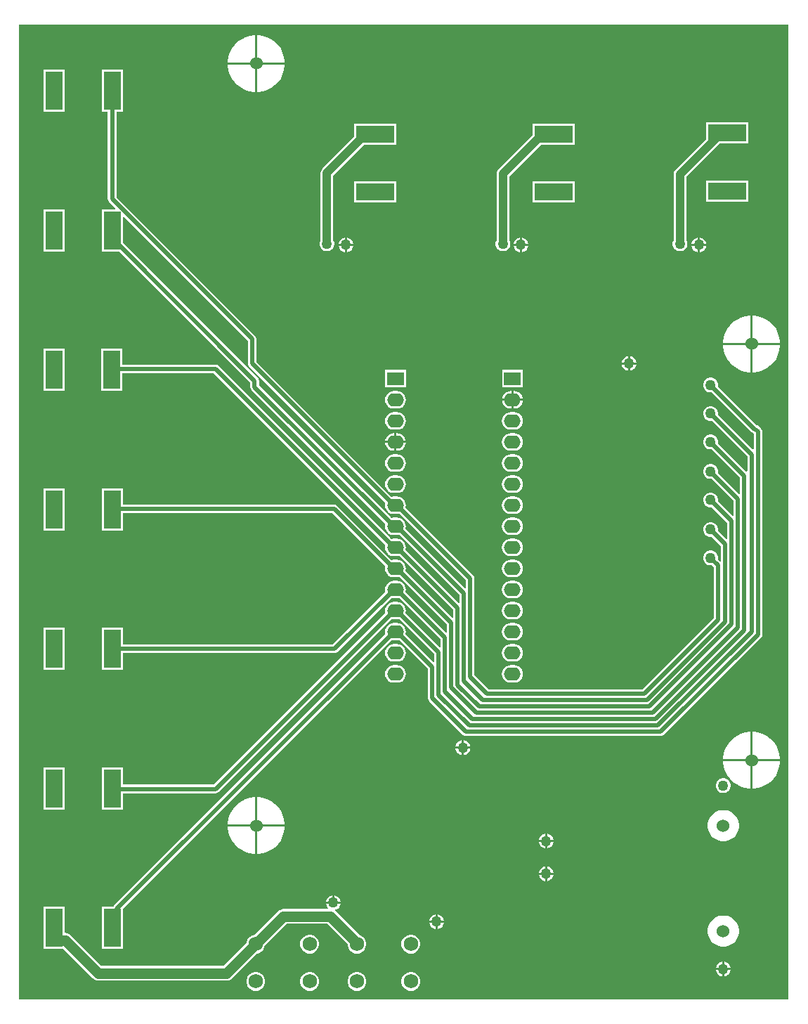
<source format=gbl>
G04*
G04 #@! TF.GenerationSoftware,Altium Limited,Altium Designer,21.7.2 (23)*
G04*
G04 Layer_Physical_Order=2*
G04 Layer_Color=16711680*
%FSLAX25Y25*%
%MOIN*%
G70*
G04*
G04 #@! TF.SameCoordinates,2167A7DA-B4CF-4ED0-A09D-CB439950EC41*
G04*
G04*
G04 #@! TF.FilePolarity,Positive*
G04*
G01*
G75*
%ADD37C,0.02000*%
%ADD38C,0.05000*%
%ADD39R,0.08000X0.18000*%
%ADD40R,0.18000X0.08000*%
%ADD41C,0.06000*%
%ADD42O,0.07874X0.06299*%
%ADD43R,0.07874X0.06299*%
%ADD44C,0.06890*%
%ADD45C,0.05000*%
%ADD46C,0.04000*%
G36*
X367500Y2500D02*
X2500D01*
Y465000D01*
X367500D01*
Y2500D01*
D02*
G37*
%LPC*%
G36*
X116062Y460000D02*
X115500D01*
Y447000D01*
X128500D01*
Y447563D01*
X128168Y449661D01*
X127511Y451682D01*
X126546Y453576D01*
X125297Y455295D01*
X123795Y456797D01*
X122075Y458046D01*
X120182Y459011D01*
X118161Y459668D01*
X116062Y460000D01*
D02*
G37*
G36*
X114500D02*
X113937D01*
X111839Y459668D01*
X109818Y459011D01*
X107924Y458046D01*
X106205Y456797D01*
X104703Y455295D01*
X103454Y453576D01*
X102489Y451682D01*
X101832Y449661D01*
X101500Y447563D01*
Y447000D01*
X114500D01*
Y460000D01*
D02*
G37*
G36*
X128500Y446000D02*
X115500D01*
Y433000D01*
X116062D01*
X118161Y433332D01*
X120182Y433989D01*
X122075Y434954D01*
X123795Y436203D01*
X125297Y437705D01*
X126546Y439425D01*
X127511Y441318D01*
X128168Y443339D01*
X128500Y445437D01*
Y446000D01*
D02*
G37*
G36*
X114500D02*
X101500D01*
Y445437D01*
X101832Y443339D01*
X102489Y441318D01*
X103454Y439425D01*
X104703Y437705D01*
X106205Y436203D01*
X107924Y434954D01*
X109818Y433989D01*
X111839Y433332D01*
X113937Y433000D01*
X114500D01*
Y446000D01*
D02*
G37*
G36*
X24000Y443500D02*
X14000D01*
Y423500D01*
X24000D01*
Y443500D01*
D02*
G37*
G36*
X348500Y390941D02*
X328500D01*
Y380941D01*
X348500D01*
Y390941D01*
D02*
G37*
G36*
X266000Y390441D02*
X246000D01*
Y380441D01*
X266000D01*
Y390441D01*
D02*
G37*
G36*
X181500D02*
X161500D01*
Y380441D01*
X181500D01*
Y390441D01*
D02*
G37*
G36*
X325500Y363989D02*
Y361000D01*
X328489D01*
X328261Y361851D01*
X327801Y362649D01*
X327149Y363301D01*
X326351Y363761D01*
X325500Y363989D01*
D02*
G37*
G36*
X324500D02*
X323649Y363761D01*
X322851Y363301D01*
X322199Y362649D01*
X321739Y361851D01*
X321511Y361000D01*
X324500D01*
Y363989D01*
D02*
G37*
G36*
X241000D02*
Y361000D01*
X243989D01*
X243761Y361851D01*
X243301Y362649D01*
X242649Y363301D01*
X241851Y363761D01*
X241000Y363989D01*
D02*
G37*
G36*
X240000D02*
X239149Y363761D01*
X238351Y363301D01*
X237699Y362649D01*
X237239Y361851D01*
X237011Y361000D01*
X240000D01*
Y363989D01*
D02*
G37*
G36*
X158000D02*
Y361000D01*
X160989D01*
X160761Y361851D01*
X160301Y362649D01*
X159649Y363301D01*
X158851Y363761D01*
X158000Y363989D01*
D02*
G37*
G36*
X157000D02*
X156149Y363761D01*
X155351Y363301D01*
X154699Y362649D01*
X154238Y361851D01*
X154010Y361000D01*
X157000D01*
Y363989D01*
D02*
G37*
G36*
X348500Y418500D02*
X328500D01*
Y410708D01*
X313860Y396069D01*
X313380Y395442D01*
X313077Y394712D01*
X312974Y393929D01*
Y362759D01*
X312738Y362351D01*
X312500Y361461D01*
Y360539D01*
X312738Y359649D01*
X313199Y358851D01*
X313851Y358199D01*
X314649Y357738D01*
X315539Y357500D01*
X316461D01*
X317351Y357738D01*
X318149Y358199D01*
X318801Y358851D01*
X319262Y359649D01*
X319500Y360539D01*
Y361461D01*
X319262Y362351D01*
X319026Y362759D01*
Y392676D01*
X334850Y408500D01*
X348500D01*
Y418500D01*
D02*
G37*
G36*
X266000Y418000D02*
X246000D01*
Y412458D01*
X229860Y396319D01*
X229380Y395692D01*
X229077Y394962D01*
X228974Y394179D01*
Y362759D01*
X228738Y362351D01*
X228500Y361461D01*
Y360539D01*
X228738Y359649D01*
X229199Y358851D01*
X229851Y358199D01*
X230649Y357738D01*
X231539Y357500D01*
X232461D01*
X233351Y357738D01*
X234149Y358199D01*
X234801Y358851D01*
X235262Y359649D01*
X235500Y360539D01*
Y361461D01*
X235262Y362351D01*
X235026Y362759D01*
Y392926D01*
X250100Y408000D01*
X266000D01*
Y418000D01*
D02*
G37*
G36*
X181500D02*
X161500D01*
Y411834D01*
X146360Y396695D01*
X145879Y396068D01*
X145577Y395338D01*
X145474Y394555D01*
Y362759D01*
X145238Y362351D01*
X145000Y361461D01*
Y360539D01*
X145238Y359649D01*
X145699Y358851D01*
X146351Y358199D01*
X147149Y357738D01*
X148039Y357500D01*
X148961D01*
X149851Y357738D01*
X150649Y358199D01*
X151301Y358851D01*
X151761Y359649D01*
X152000Y360539D01*
Y361461D01*
X151761Y362351D01*
X151526Y362759D01*
Y393302D01*
X166224Y408000D01*
X181500D01*
Y418000D01*
D02*
G37*
G36*
X24000Y377333D02*
X14000D01*
Y357333D01*
X24000D01*
Y377333D01*
D02*
G37*
G36*
X328489Y360000D02*
X325500D01*
Y357011D01*
X326351Y357239D01*
X327149Y357699D01*
X327801Y358351D01*
X328261Y359149D01*
X328489Y360000D01*
D02*
G37*
G36*
X324500D02*
X321511D01*
X321739Y359149D01*
X322199Y358351D01*
X322851Y357699D01*
X323649Y357239D01*
X324500Y357011D01*
Y360000D01*
D02*
G37*
G36*
X243989D02*
X241000D01*
Y357011D01*
X241851Y357239D01*
X242649Y357699D01*
X243301Y358351D01*
X243761Y359149D01*
X243989Y360000D01*
D02*
G37*
G36*
X240000D02*
X237011D01*
X237239Y359149D01*
X237699Y358351D01*
X238351Y357699D01*
X239149Y357239D01*
X240000Y357011D01*
Y360000D01*
D02*
G37*
G36*
X160989D02*
X158000D01*
Y357011D01*
X158851Y357239D01*
X159649Y357699D01*
X160301Y358351D01*
X160761Y359149D01*
X160989Y360000D01*
D02*
G37*
G36*
X157000D02*
X154010D01*
X154238Y359149D01*
X154699Y358351D01*
X155351Y357699D01*
X156149Y357239D01*
X157000Y357011D01*
Y360000D01*
D02*
G37*
G36*
X351062Y327000D02*
X350500D01*
Y314000D01*
X363500D01*
Y314563D01*
X363168Y316661D01*
X362511Y318682D01*
X361546Y320575D01*
X360297Y322295D01*
X358795Y323797D01*
X357076Y325046D01*
X355182Y326011D01*
X353161Y326668D01*
X351062Y327000D01*
D02*
G37*
G36*
X349500D02*
X348938D01*
X346839Y326668D01*
X344818Y326011D01*
X342924Y325046D01*
X341205Y323797D01*
X339703Y322295D01*
X338454Y320575D01*
X337489Y318682D01*
X336832Y316661D01*
X336500Y314563D01*
Y314000D01*
X349500D01*
Y327000D01*
D02*
G37*
G36*
X292260Y307749D02*
Y304760D01*
X295249D01*
X295021Y305611D01*
X294561Y306409D01*
X293909Y307061D01*
X293111Y307521D01*
X292260Y307749D01*
D02*
G37*
G36*
X291260D02*
X290409Y307521D01*
X289611Y307061D01*
X288959Y306409D01*
X288498Y305611D01*
X288270Y304760D01*
X291260D01*
Y307749D01*
D02*
G37*
G36*
X295249Y303760D02*
X292260D01*
Y300770D01*
X293111Y300998D01*
X293909Y301459D01*
X294561Y302111D01*
X295021Y302909D01*
X295249Y303760D01*
D02*
G37*
G36*
X291260D02*
X288270D01*
X288498Y302909D01*
X288959Y302111D01*
X289611Y301459D01*
X290409Y300998D01*
X291260Y300770D01*
Y303760D01*
D02*
G37*
G36*
X363500Y313000D02*
X350500D01*
Y300000D01*
X351062D01*
X353161Y300332D01*
X355182Y300989D01*
X357076Y301954D01*
X358795Y303203D01*
X360297Y304705D01*
X361546Y306424D01*
X362511Y308318D01*
X363168Y310339D01*
X363500Y312438D01*
Y313000D01*
D02*
G37*
G36*
X349500D02*
X336500D01*
Y312438D01*
X336832Y310339D01*
X337489Y308318D01*
X338454Y306424D01*
X339703Y304705D01*
X341205Y303203D01*
X342924Y301954D01*
X344818Y300989D01*
X346839Y300332D01*
X348938Y300000D01*
X349500D01*
Y313000D01*
D02*
G37*
G36*
X241437Y301150D02*
X231563D01*
Y292850D01*
X241437D01*
Y301150D01*
D02*
G37*
G36*
X185937D02*
X176063D01*
Y292850D01*
X185937D01*
Y301150D01*
D02*
G37*
G36*
X23941Y311167D02*
X13941D01*
Y291167D01*
X23941D01*
Y311167D01*
D02*
G37*
G36*
X237287Y291185D02*
X237000D01*
Y287500D01*
X241407D01*
X241330Y288083D01*
X240912Y289093D01*
X240247Y289960D01*
X239380Y290625D01*
X238371Y291043D01*
X237287Y291185D01*
D02*
G37*
G36*
X236000D02*
X235713D01*
X234629Y291043D01*
X233620Y290625D01*
X232753Y289960D01*
X232088Y289093D01*
X231670Y288083D01*
X231593Y287500D01*
X236000D01*
Y291185D01*
D02*
G37*
G36*
X241407Y286500D02*
X237000D01*
Y282815D01*
X237287D01*
X238371Y282957D01*
X239380Y283375D01*
X240247Y284040D01*
X240912Y284907D01*
X241330Y285917D01*
X241407Y286500D01*
D02*
G37*
G36*
X236000D02*
X231593D01*
X231670Y285917D01*
X232088Y284907D01*
X232753Y284040D01*
X233620Y283375D01*
X234629Y282957D01*
X235713Y282815D01*
X236000D01*
Y286500D01*
D02*
G37*
G36*
X181787Y291185D02*
X180213D01*
X179129Y291043D01*
X178120Y290625D01*
X177253Y289960D01*
X176588Y289093D01*
X176170Y288083D01*
X176027Y287000D01*
X176170Y285917D01*
X176588Y284907D01*
X177253Y284040D01*
X178120Y283375D01*
X179129Y282957D01*
X180213Y282815D01*
X181787D01*
X182871Y282957D01*
X183880Y283375D01*
X184747Y284040D01*
X185412Y284907D01*
X185830Y285917D01*
X185973Y287000D01*
X185830Y288083D01*
X185412Y289093D01*
X184747Y289960D01*
X183880Y290625D01*
X182871Y291043D01*
X181787Y291185D01*
D02*
G37*
G36*
X237287Y281185D02*
X235713D01*
X234629Y281043D01*
X233620Y280625D01*
X232753Y279960D01*
X232088Y279093D01*
X231670Y278083D01*
X231527Y277000D01*
X231670Y275917D01*
X232088Y274907D01*
X232753Y274041D01*
X233620Y273375D01*
X234629Y272957D01*
X235713Y272815D01*
X237287D01*
X238371Y272957D01*
X239380Y273375D01*
X240247Y274041D01*
X240912Y274907D01*
X241330Y275917D01*
X241473Y277000D01*
X241330Y278083D01*
X240912Y279093D01*
X240247Y279960D01*
X239380Y280625D01*
X238371Y281043D01*
X237287Y281185D01*
D02*
G37*
G36*
X181787D02*
X180213D01*
X179129Y281043D01*
X178120Y280625D01*
X177253Y279960D01*
X176588Y279093D01*
X176170Y278083D01*
X176027Y277000D01*
X176170Y275917D01*
X176588Y274907D01*
X177253Y274041D01*
X178120Y273375D01*
X179129Y272957D01*
X180213Y272815D01*
X181787D01*
X182871Y272957D01*
X183880Y273375D01*
X184747Y274041D01*
X185412Y274907D01*
X185830Y275917D01*
X185973Y277000D01*
X185830Y278083D01*
X185412Y279093D01*
X184747Y279960D01*
X183880Y280625D01*
X182871Y281043D01*
X181787Y281185D01*
D02*
G37*
G36*
Y271185D02*
X181500D01*
Y267500D01*
X185907D01*
X185830Y268083D01*
X185412Y269093D01*
X184747Y269959D01*
X183880Y270625D01*
X182871Y271043D01*
X181787Y271185D01*
D02*
G37*
G36*
X180500D02*
X180213D01*
X179129Y271043D01*
X178120Y270625D01*
X177253Y269959D01*
X176588Y269093D01*
X176170Y268083D01*
X176093Y267500D01*
X180500D01*
Y271185D01*
D02*
G37*
G36*
X237287D02*
X235713D01*
X234629Y271043D01*
X233620Y270625D01*
X232753Y269959D01*
X232088Y269093D01*
X231670Y268083D01*
X231527Y267000D01*
X231670Y265917D01*
X232088Y264907D01*
X232753Y264040D01*
X233620Y263375D01*
X234629Y262957D01*
X235713Y262815D01*
X237287D01*
X238371Y262957D01*
X239380Y263375D01*
X240247Y264040D01*
X240912Y264907D01*
X241330Y265917D01*
X241473Y267000D01*
X241330Y268083D01*
X240912Y269093D01*
X240247Y269959D01*
X239380Y270625D01*
X238371Y271043D01*
X237287Y271185D01*
D02*
G37*
G36*
X185907Y266500D02*
X181500D01*
Y262815D01*
X181787D01*
X182871Y262957D01*
X183880Y263375D01*
X184747Y264040D01*
X185412Y264907D01*
X185830Y265917D01*
X185907Y266500D01*
D02*
G37*
G36*
X180500D02*
X176093D01*
X176170Y265917D01*
X176588Y264907D01*
X177253Y264040D01*
X178120Y263375D01*
X179129Y262957D01*
X180213Y262815D01*
X180500D01*
Y266500D01*
D02*
G37*
G36*
X237287Y261185D02*
X235713D01*
X234629Y261043D01*
X233620Y260625D01*
X232753Y259960D01*
X232088Y259093D01*
X231670Y258083D01*
X231527Y257000D01*
X231670Y255917D01*
X232088Y254907D01*
X232753Y254041D01*
X233620Y253375D01*
X234629Y252957D01*
X235713Y252815D01*
X237287D01*
X238371Y252957D01*
X239380Y253375D01*
X240247Y254041D01*
X240912Y254907D01*
X241330Y255917D01*
X241473Y257000D01*
X241330Y258083D01*
X240912Y259093D01*
X240247Y259960D01*
X239380Y260625D01*
X238371Y261043D01*
X237287Y261185D01*
D02*
G37*
G36*
X181787D02*
X180213D01*
X179129Y261043D01*
X178120Y260625D01*
X177253Y259960D01*
X176588Y259093D01*
X176170Y258083D01*
X176027Y257000D01*
X176170Y255917D01*
X176588Y254907D01*
X177253Y254041D01*
X178120Y253375D01*
X179129Y252957D01*
X180213Y252815D01*
X181787D01*
X182871Y252957D01*
X183880Y253375D01*
X184747Y254041D01*
X185412Y254907D01*
X185830Y255917D01*
X185973Y257000D01*
X185830Y258083D01*
X185412Y259093D01*
X184747Y259960D01*
X183880Y260625D01*
X182871Y261043D01*
X181787Y261185D01*
D02*
G37*
G36*
X237287Y251185D02*
X235713D01*
X234629Y251043D01*
X233620Y250625D01*
X232753Y249959D01*
X232088Y249093D01*
X231670Y248083D01*
X231527Y247000D01*
X231670Y245917D01*
X232088Y244907D01*
X232753Y244040D01*
X233620Y243375D01*
X234629Y242957D01*
X235713Y242815D01*
X237287D01*
X238371Y242957D01*
X239380Y243375D01*
X240247Y244040D01*
X240912Y244907D01*
X241330Y245917D01*
X241473Y247000D01*
X241330Y248083D01*
X240912Y249093D01*
X240247Y249959D01*
X239380Y250625D01*
X238371Y251043D01*
X237287Y251185D01*
D02*
G37*
G36*
X181787D02*
X180213D01*
X179129Y251043D01*
X178120Y250625D01*
X177253Y249959D01*
X176588Y249093D01*
X176170Y248083D01*
X176027Y247000D01*
X176170Y245917D01*
X176588Y244907D01*
X177253Y244040D01*
X178120Y243375D01*
X179129Y242957D01*
X180213Y242815D01*
X181787D01*
X182871Y242957D01*
X183880Y243375D01*
X184747Y244040D01*
X185412Y244907D01*
X185830Y245917D01*
X185973Y247000D01*
X185830Y248083D01*
X185412Y249093D01*
X184747Y249959D01*
X183880Y250625D01*
X182871Y251043D01*
X181787Y251185D01*
D02*
G37*
G36*
X237287Y241185D02*
X235713D01*
X234629Y241043D01*
X233620Y240625D01*
X232753Y239960D01*
X232088Y239093D01*
X231670Y238083D01*
X231527Y237000D01*
X231670Y235917D01*
X232088Y234907D01*
X232753Y234040D01*
X233620Y233375D01*
X234629Y232957D01*
X235713Y232815D01*
X237287D01*
X238371Y232957D01*
X239380Y233375D01*
X240247Y234040D01*
X240912Y234907D01*
X241330Y235917D01*
X241473Y237000D01*
X241330Y238083D01*
X240912Y239093D01*
X240247Y239960D01*
X239380Y240625D01*
X238371Y241043D01*
X237287Y241185D01*
D02*
G37*
G36*
X24000Y245000D02*
X14000D01*
Y225000D01*
X24000D01*
Y245000D01*
D02*
G37*
G36*
X237287Y231185D02*
X235713D01*
X234629Y231043D01*
X233620Y230625D01*
X232753Y229960D01*
X232088Y229093D01*
X231670Y228083D01*
X231527Y227000D01*
X231670Y225917D01*
X232088Y224907D01*
X232753Y224041D01*
X233620Y223375D01*
X234629Y222957D01*
X235713Y222815D01*
X237287D01*
X238371Y222957D01*
X239380Y223375D01*
X240247Y224041D01*
X240912Y224907D01*
X241330Y225917D01*
X241473Y227000D01*
X241330Y228083D01*
X240912Y229093D01*
X240247Y229960D01*
X239380Y230625D01*
X238371Y231043D01*
X237287Y231185D01*
D02*
G37*
G36*
Y221185D02*
X235713D01*
X234629Y221043D01*
X233620Y220625D01*
X232753Y219959D01*
X232088Y219093D01*
X231670Y218083D01*
X231527Y217000D01*
X231670Y215917D01*
X232088Y214907D01*
X232753Y214040D01*
X233620Y213375D01*
X234629Y212957D01*
X235713Y212815D01*
X237287D01*
X238371Y212957D01*
X239380Y213375D01*
X240247Y214040D01*
X240912Y214907D01*
X241330Y215917D01*
X241473Y217000D01*
X241330Y218083D01*
X240912Y219093D01*
X240247Y219959D01*
X239380Y220625D01*
X238371Y221043D01*
X237287Y221185D01*
D02*
G37*
G36*
Y211185D02*
X235713D01*
X234629Y211043D01*
X233620Y210625D01*
X232753Y209960D01*
X232088Y209093D01*
X231670Y208083D01*
X231527Y207000D01*
X231670Y205917D01*
X232088Y204907D01*
X232753Y204041D01*
X233620Y203375D01*
X234629Y202957D01*
X235713Y202815D01*
X237287D01*
X238371Y202957D01*
X239380Y203375D01*
X240247Y204041D01*
X240912Y204907D01*
X241330Y205917D01*
X241473Y207000D01*
X241330Y208083D01*
X240912Y209093D01*
X240247Y209960D01*
X239380Y210625D01*
X238371Y211043D01*
X237287Y211185D01*
D02*
G37*
G36*
Y201185D02*
X235713D01*
X234629Y201043D01*
X233620Y200625D01*
X232753Y199960D01*
X232088Y199093D01*
X231670Y198083D01*
X231527Y197000D01*
X231670Y195917D01*
X232088Y194907D01*
X232753Y194041D01*
X233620Y193375D01*
X234629Y192957D01*
X235713Y192815D01*
X237287D01*
X238371Y192957D01*
X239380Y193375D01*
X240247Y194041D01*
X240912Y194907D01*
X241330Y195917D01*
X241473Y197000D01*
X241330Y198083D01*
X240912Y199093D01*
X240247Y199960D01*
X239380Y200625D01*
X238371Y201043D01*
X237287Y201185D01*
D02*
G37*
G36*
X51559Y443500D02*
X41559D01*
Y423500D01*
X44518D01*
Y382231D01*
X44673Y381450D01*
X45116Y380789D01*
X48109Y377795D01*
X47918Y377333D01*
X41559D01*
Y357333D01*
X49995D01*
X112157Y295171D01*
Y293016D01*
X112312Y292236D01*
X112754Y291575D01*
X176192Y228137D01*
X176170Y228083D01*
X176027Y227000D01*
X176170Y225917D01*
X176588Y224907D01*
X177253Y224041D01*
X178120Y223375D01*
X179129Y222957D01*
X180213Y222815D01*
X181787D01*
X182871Y222957D01*
X182924Y222979D01*
X211461Y194443D01*
Y190864D01*
X210999Y190672D01*
X185808Y215863D01*
X185830Y215917D01*
X185973Y217000D01*
X185830Y218083D01*
X185412Y219093D01*
X184747Y219959D01*
X183880Y220625D01*
X182871Y221043D01*
X181787Y221185D01*
X180213D01*
X179129Y221043D01*
X179076Y221021D01*
X96988Y303109D01*
X96326Y303551D01*
X95546Y303706D01*
X51500D01*
Y311167D01*
X41500D01*
Y291167D01*
X51500D01*
Y299627D01*
X94701D01*
X176192Y218137D01*
X176170Y218083D01*
X176027Y217000D01*
X176170Y215917D01*
X176588Y214907D01*
X177253Y214040D01*
X178120Y213375D01*
X179129Y212957D01*
X180213Y212815D01*
X181787D01*
X182871Y212957D01*
X182924Y212979D01*
X208461Y187443D01*
Y183864D01*
X207999Y183672D01*
X185808Y205863D01*
X185830Y205917D01*
X185973Y207000D01*
X185830Y208083D01*
X185412Y209093D01*
X184747Y209960D01*
X183880Y210625D01*
X182871Y211043D01*
X181787Y211185D01*
X180213D01*
X179129Y211043D01*
X179076Y211021D01*
X153404Y236692D01*
X152743Y237134D01*
X151963Y237289D01*
X51559D01*
Y245000D01*
X41559D01*
Y225000D01*
X51559D01*
Y233211D01*
X151118D01*
X176192Y208137D01*
X176170Y208083D01*
X176027Y207000D01*
X176170Y205917D01*
X176588Y204907D01*
X177253Y204041D01*
X178120Y203375D01*
X179129Y202957D01*
X180213Y202815D01*
X181787D01*
X182871Y202957D01*
X182924Y202979D01*
X205461Y180443D01*
Y176864D01*
X204999Y176672D01*
X185808Y195863D01*
X185830Y195917D01*
X185973Y197000D01*
X185830Y198083D01*
X185412Y199093D01*
X184747Y199960D01*
X183880Y200625D01*
X182871Y201043D01*
X181787Y201185D01*
X180213D01*
X179129Y201043D01*
X178120Y200625D01*
X177253Y199960D01*
X176588Y199093D01*
X176170Y198083D01*
X176027Y197000D01*
X176170Y195917D01*
X176192Y195863D01*
X151201Y170872D01*
X51559D01*
Y178833D01*
X41559D01*
Y158833D01*
X51559D01*
Y166794D01*
X152046D01*
X152826Y166949D01*
X153488Y167391D01*
X179076Y192979D01*
X179129Y192957D01*
X180213Y192815D01*
X181787D01*
X182871Y192957D01*
X182924Y192979D01*
X202461Y173443D01*
Y169864D01*
X201999Y169672D01*
X185808Y185863D01*
X185830Y185917D01*
X185973Y187000D01*
X185830Y188083D01*
X185412Y189093D01*
X184747Y189960D01*
X183880Y190625D01*
X182871Y191043D01*
X181787Y191185D01*
X180213D01*
X179129Y191043D01*
X178120Y190625D01*
X177253Y189960D01*
X176588Y189093D01*
X176170Y188083D01*
X176027Y187000D01*
X176170Y185917D01*
X176192Y185863D01*
X94785Y104456D01*
X51559D01*
Y112667D01*
X41559D01*
Y92667D01*
X51559D01*
Y100378D01*
X95629D01*
X96410Y100533D01*
X97071Y100975D01*
X179076Y182979D01*
X179129Y182957D01*
X180213Y182815D01*
X181787D01*
X182871Y182957D01*
X182924Y182979D01*
X199461Y166443D01*
Y162864D01*
X198999Y162672D01*
X185808Y175863D01*
X185830Y175917D01*
X185973Y177000D01*
X185830Y178083D01*
X185412Y179093D01*
X184747Y179959D01*
X183880Y180625D01*
X182871Y181043D01*
X181787Y181185D01*
X180213D01*
X179129Y181043D01*
X178120Y180625D01*
X177253Y179959D01*
X176588Y179093D01*
X176170Y178083D01*
X176027Y177000D01*
X176170Y175917D01*
X176192Y175863D01*
X47224Y46895D01*
X46960Y46500D01*
X41559D01*
Y26500D01*
X51559D01*
Y45463D01*
X179076Y172979D01*
X179129Y172957D01*
X180213Y172815D01*
X181787D01*
X182871Y172957D01*
X182924Y172979D01*
X196461Y159443D01*
Y145500D01*
X196616Y144720D01*
X197058Y144058D01*
X213058Y128058D01*
X213720Y127616D01*
X214500Y127461D01*
X306743D01*
X307523Y127616D01*
X308185Y128058D01*
X354442Y174315D01*
X354884Y174977D01*
X355039Y175757D01*
X355039Y175757D01*
Y271828D01*
X354884Y272609D01*
X354442Y273270D01*
X354442Y273270D01*
X353270Y274442D01*
X352609Y274884D01*
X352473Y274911D01*
X333967Y293417D01*
X334000Y293539D01*
Y294461D01*
X333762Y295351D01*
X333301Y296149D01*
X332649Y296801D01*
X331851Y297262D01*
X330961Y297500D01*
X330039D01*
X329149Y297262D01*
X328351Y296801D01*
X327699Y296149D01*
X327238Y295351D01*
X327000Y294461D01*
Y293539D01*
X327238Y292649D01*
X327699Y291851D01*
X328351Y291199D01*
X329149Y290739D01*
X330039Y290500D01*
X330961D01*
X331083Y290533D01*
X350058Y271558D01*
X350058Y271558D01*
X350720Y271116D01*
X350856Y271089D01*
X350961Y270984D01*
Y263576D01*
X350499Y263385D01*
X333967Y279917D01*
X334000Y280039D01*
Y280961D01*
X333762Y281851D01*
X333301Y282649D01*
X332649Y283301D01*
X331851Y283762D01*
X330961Y284000D01*
X330039D01*
X329149Y283762D01*
X328351Y283301D01*
X327699Y282649D01*
X327238Y281851D01*
X327000Y280961D01*
Y280039D01*
X327238Y279149D01*
X327699Y278351D01*
X328351Y277699D01*
X329149Y277238D01*
X330039Y277000D01*
X330961D01*
X331083Y277033D01*
X347961Y260155D01*
Y253130D01*
X347461Y252923D01*
X333967Y266417D01*
X334000Y266539D01*
Y267461D01*
X333762Y268351D01*
X333301Y269149D01*
X332649Y269801D01*
X331851Y270262D01*
X330961Y270500D01*
X330039D01*
X329149Y270262D01*
X328351Y269801D01*
X327699Y269149D01*
X327238Y268351D01*
X327000Y267461D01*
Y266539D01*
X327238Y265649D01*
X327699Y264851D01*
X328351Y264199D01*
X329149Y263738D01*
X330039Y263500D01*
X330961D01*
X331083Y263533D01*
X344461Y250155D01*
Y242576D01*
X343999Y242385D01*
X333967Y252417D01*
X334000Y252539D01*
Y253461D01*
X333762Y254351D01*
X333301Y255149D01*
X332649Y255801D01*
X331851Y256261D01*
X330961Y256500D01*
X330039D01*
X329149Y256261D01*
X328351Y255801D01*
X327699Y255149D01*
X327238Y254351D01*
X327000Y253461D01*
Y252539D01*
X327238Y251649D01*
X327699Y250851D01*
X328351Y250199D01*
X329149Y249739D01*
X330039Y249500D01*
X330961D01*
X331083Y249533D01*
X341461Y239155D01*
Y232076D01*
X340999Y231885D01*
X333967Y238917D01*
X334000Y239039D01*
Y239961D01*
X333762Y240851D01*
X333301Y241649D01*
X332649Y242301D01*
X331851Y242761D01*
X330961Y243000D01*
X330039D01*
X329149Y242761D01*
X328351Y242301D01*
X327699Y241649D01*
X327238Y240851D01*
X327000Y239961D01*
Y239039D01*
X327238Y238149D01*
X327699Y237351D01*
X328351Y236699D01*
X329149Y236239D01*
X330039Y236000D01*
X330961D01*
X331083Y236033D01*
X338461Y228655D01*
Y221076D01*
X337999Y220885D01*
X333967Y224917D01*
X334000Y225039D01*
Y225961D01*
X333762Y226851D01*
X333301Y227649D01*
X332649Y228301D01*
X331851Y228762D01*
X330961Y229000D01*
X330039D01*
X329149Y228762D01*
X328351Y228301D01*
X327699Y227649D01*
X327238Y226851D01*
X327000Y225961D01*
Y225039D01*
X327238Y224149D01*
X327699Y223351D01*
X328351Y222699D01*
X329149Y222238D01*
X330039Y222000D01*
X330961D01*
X331083Y222033D01*
X335461Y217655D01*
Y210630D01*
X334961Y210423D01*
X333967Y211417D01*
X334000Y211539D01*
Y212461D01*
X333762Y213351D01*
X333301Y214149D01*
X332649Y214801D01*
X331851Y215262D01*
X330961Y215500D01*
X330039D01*
X329149Y215262D01*
X328351Y214801D01*
X327699Y214149D01*
X327238Y213351D01*
X327000Y212461D01*
Y211539D01*
X327238Y210649D01*
X327699Y209851D01*
X328351Y209199D01*
X329149Y208738D01*
X330039Y208500D01*
X330961D01*
X331083Y208533D01*
X331961Y207655D01*
Y183345D01*
X298155Y149539D01*
X225345D01*
X218539Y156345D01*
Y202287D01*
X218384Y203068D01*
X217942Y203729D01*
X185808Y235863D01*
X185830Y235917D01*
X185973Y237000D01*
X185830Y238083D01*
X185412Y239093D01*
X184747Y239960D01*
X183880Y240625D01*
X182871Y241043D01*
X181787Y241185D01*
X180213D01*
X179129Y241043D01*
X179076Y241021D01*
X115013Y305083D01*
Y315814D01*
X114858Y316595D01*
X114416Y317256D01*
X48597Y383075D01*
Y423500D01*
X51559D01*
Y443500D01*
D02*
G37*
G36*
X237287Y191185D02*
X235713D01*
X234629Y191043D01*
X233620Y190625D01*
X232753Y189960D01*
X232088Y189093D01*
X231670Y188083D01*
X231527Y187000D01*
X231670Y185917D01*
X232088Y184907D01*
X232753Y184040D01*
X233620Y183375D01*
X234629Y182957D01*
X235713Y182815D01*
X237287D01*
X238371Y182957D01*
X239380Y183375D01*
X240247Y184040D01*
X240912Y184907D01*
X241330Y185917D01*
X241473Y187000D01*
X241330Y188083D01*
X240912Y189093D01*
X240247Y189960D01*
X239380Y190625D01*
X238371Y191043D01*
X237287Y191185D01*
D02*
G37*
G36*
Y181185D02*
X235713D01*
X234629Y181043D01*
X233620Y180625D01*
X232753Y179959D01*
X232088Y179093D01*
X231670Y178083D01*
X231527Y177000D01*
X231670Y175917D01*
X232088Y174907D01*
X232753Y174040D01*
X233620Y173375D01*
X234629Y172957D01*
X235713Y172815D01*
X237287D01*
X238371Y172957D01*
X239380Y173375D01*
X240247Y174040D01*
X240912Y174907D01*
X241330Y175917D01*
X241473Y177000D01*
X241330Y178083D01*
X240912Y179093D01*
X240247Y179959D01*
X239380Y180625D01*
X238371Y181043D01*
X237287Y181185D01*
D02*
G37*
G36*
Y171185D02*
X235713D01*
X234629Y171043D01*
X233620Y170625D01*
X232753Y169959D01*
X232088Y169093D01*
X231670Y168083D01*
X231527Y167000D01*
X231670Y165917D01*
X232088Y164907D01*
X232753Y164041D01*
X233620Y163375D01*
X234629Y162957D01*
X235713Y162815D01*
X237287D01*
X238371Y162957D01*
X239380Y163375D01*
X240247Y164041D01*
X240912Y164907D01*
X241330Y165917D01*
X241473Y167000D01*
X241330Y168083D01*
X240912Y169093D01*
X240247Y169959D01*
X239380Y170625D01*
X238371Y171043D01*
X237287Y171185D01*
D02*
G37*
G36*
X181787D02*
X180213D01*
X179129Y171043D01*
X178120Y170625D01*
X177253Y169959D01*
X176588Y169093D01*
X176170Y168083D01*
X176027Y167000D01*
X176170Y165917D01*
X176588Y164907D01*
X177253Y164041D01*
X178120Y163375D01*
X179129Y162957D01*
X180213Y162815D01*
X181787D01*
X182871Y162957D01*
X183880Y163375D01*
X184747Y164041D01*
X185412Y164907D01*
X185830Y165917D01*
X185973Y167000D01*
X185830Y168083D01*
X185412Y169093D01*
X184747Y169959D01*
X183880Y170625D01*
X182871Y171043D01*
X181787Y171185D01*
D02*
G37*
G36*
X24000Y178833D02*
X14000D01*
Y158833D01*
X24000D01*
Y178833D01*
D02*
G37*
G36*
X237287Y161185D02*
X235713D01*
X234629Y161043D01*
X233620Y160625D01*
X232753Y159959D01*
X232088Y159093D01*
X231670Y158083D01*
X231527Y157000D01*
X231670Y155917D01*
X232088Y154907D01*
X232753Y154041D01*
X233620Y153375D01*
X234629Y152957D01*
X235713Y152815D01*
X237287D01*
X238371Y152957D01*
X239380Y153375D01*
X240247Y154041D01*
X240912Y154907D01*
X241330Y155917D01*
X241473Y157000D01*
X241330Y158083D01*
X240912Y159093D01*
X240247Y159959D01*
X239380Y160625D01*
X238371Y161043D01*
X237287Y161185D01*
D02*
G37*
G36*
X181787D02*
X180213D01*
X179129Y161043D01*
X178120Y160625D01*
X177253Y159959D01*
X176588Y159093D01*
X176170Y158083D01*
X176027Y157000D01*
X176170Y155917D01*
X176588Y154907D01*
X177253Y154041D01*
X178120Y153375D01*
X179129Y152957D01*
X180213Y152815D01*
X181787D01*
X182871Y152957D01*
X183880Y153375D01*
X184747Y154041D01*
X185412Y154907D01*
X185830Y155917D01*
X185973Y157000D01*
X185830Y158083D01*
X185412Y159093D01*
X184747Y159959D01*
X183880Y160625D01*
X182871Y161043D01*
X181787Y161185D01*
D02*
G37*
G36*
X213500Y125489D02*
Y122500D01*
X216490D01*
X216262Y123351D01*
X215801Y124149D01*
X215149Y124801D01*
X214351Y125261D01*
X213500Y125489D01*
D02*
G37*
G36*
X212500D02*
X211649Y125261D01*
X210851Y124801D01*
X210199Y124149D01*
X209738Y123351D01*
X209510Y122500D01*
X212500D01*
Y125489D01*
D02*
G37*
G36*
X216490Y121500D02*
X213500D01*
Y118510D01*
X214351Y118738D01*
X215149Y119199D01*
X215801Y119851D01*
X216262Y120649D01*
X216490Y121500D01*
D02*
G37*
G36*
X212500D02*
X209510D01*
X209738Y120649D01*
X210199Y119851D01*
X210851Y119199D01*
X211649Y118738D01*
X212500Y118510D01*
Y121500D01*
D02*
G37*
G36*
X351062Y129500D02*
X350500D01*
Y116500D01*
X363500D01*
Y117062D01*
X363168Y119161D01*
X362511Y121182D01*
X361546Y123075D01*
X360297Y124795D01*
X358795Y126297D01*
X357076Y127546D01*
X355182Y128511D01*
X353161Y129168D01*
X351062Y129500D01*
D02*
G37*
G36*
X349500D02*
X348938D01*
X346839Y129168D01*
X344818Y128511D01*
X342924Y127546D01*
X341205Y126297D01*
X339703Y124795D01*
X338454Y123075D01*
X337489Y121182D01*
X336832Y119161D01*
X336500Y117062D01*
Y116500D01*
X349500D01*
Y129500D01*
D02*
G37*
G36*
X363500Y115500D02*
X350500D01*
Y102500D01*
X351062D01*
X353161Y102832D01*
X355182Y103489D01*
X357076Y104454D01*
X358795Y105703D01*
X360297Y107205D01*
X361546Y108924D01*
X362511Y110818D01*
X363168Y112839D01*
X363500Y114937D01*
Y115500D01*
D02*
G37*
G36*
X349500D02*
X336500D01*
Y114937D01*
X336832Y112839D01*
X337489Y110818D01*
X338454Y108924D01*
X339703Y107205D01*
X341205Y105703D01*
X342924Y104454D01*
X344818Y103489D01*
X346839Y102832D01*
X348938Y102500D01*
X349500D01*
Y115500D01*
D02*
G37*
G36*
X336961Y107500D02*
X336039D01*
X335149Y107262D01*
X334351Y106801D01*
X333699Y106149D01*
X333239Y105351D01*
X333000Y104461D01*
Y103539D01*
X333239Y102649D01*
X333699Y101851D01*
X334351Y101199D01*
X335149Y100739D01*
X336039Y100500D01*
X336961D01*
X337851Y100739D01*
X338649Y101199D01*
X339301Y101851D01*
X339761Y102649D01*
X340000Y103539D01*
Y104461D01*
X339761Y105351D01*
X339301Y106149D01*
X338649Y106801D01*
X337851Y107262D01*
X336961Y107500D01*
D02*
G37*
G36*
X24000Y112667D02*
X14000D01*
Y92667D01*
X24000D01*
Y112667D01*
D02*
G37*
G36*
X116062Y98500D02*
X115500D01*
Y85500D01*
X128500D01*
Y86063D01*
X128168Y88161D01*
X127511Y90182D01*
X126546Y92076D01*
X125297Y93795D01*
X123795Y95297D01*
X122075Y96546D01*
X120182Y97511D01*
X118161Y98168D01*
X116062Y98500D01*
D02*
G37*
G36*
X114500D02*
X113937D01*
X111839Y98168D01*
X109818Y97511D01*
X107924Y96546D01*
X106205Y95297D01*
X104703Y93795D01*
X103454Y92076D01*
X102489Y90182D01*
X101832Y88161D01*
X101500Y86063D01*
Y85500D01*
X114500D01*
Y98500D01*
D02*
G37*
G36*
X253000Y81249D02*
Y78260D01*
X255990D01*
X255762Y79111D01*
X255301Y79909D01*
X254649Y80560D01*
X253851Y81021D01*
X253000Y81249D01*
D02*
G37*
G36*
X252000D02*
X251149Y81021D01*
X250351Y80560D01*
X249699Y79909D01*
X249238Y79111D01*
X249010Y78260D01*
X252000D01*
Y81249D01*
D02*
G37*
G36*
X337229Y92398D02*
X335771D01*
X334342Y92113D01*
X332996Y91556D01*
X331784Y90746D01*
X330754Y89716D01*
X329944Y88504D01*
X329387Y87158D01*
X329102Y85729D01*
Y84271D01*
X329387Y82842D01*
X329944Y81496D01*
X330754Y80284D01*
X331784Y79254D01*
X332996Y78444D01*
X334342Y77887D01*
X335771Y77602D01*
X337229D01*
X338658Y77887D01*
X340004Y78444D01*
X341216Y79254D01*
X342246Y80284D01*
X343056Y81496D01*
X343613Y82842D01*
X343898Y84271D01*
Y85729D01*
X343613Y87158D01*
X343056Y88504D01*
X342246Y89716D01*
X341216Y90746D01*
X340004Y91556D01*
X338658Y92113D01*
X337229Y92398D01*
D02*
G37*
G36*
X255990Y77260D02*
X253000D01*
Y74270D01*
X253851Y74498D01*
X254649Y74959D01*
X255301Y75611D01*
X255762Y76409D01*
X255990Y77260D01*
D02*
G37*
G36*
X252000D02*
X249010D01*
X249238Y76409D01*
X249699Y75611D01*
X250351Y74959D01*
X251149Y74498D01*
X252000Y74270D01*
Y77260D01*
D02*
G37*
G36*
X128500Y84500D02*
X115500D01*
Y71500D01*
X116062D01*
X118161Y71832D01*
X120182Y72489D01*
X122075Y73454D01*
X123795Y74703D01*
X125297Y76205D01*
X126546Y77925D01*
X127511Y79818D01*
X128168Y81839D01*
X128500Y83938D01*
Y84500D01*
D02*
G37*
G36*
X114500D02*
X101500D01*
Y83938D01*
X101832Y81839D01*
X102489Y79818D01*
X103454Y77925D01*
X104703Y76205D01*
X106205Y74703D01*
X107924Y73454D01*
X109818Y72489D01*
X111839Y71832D01*
X113937Y71500D01*
X114500D01*
Y84500D01*
D02*
G37*
G36*
X253000Y65730D02*
Y62740D01*
X255990D01*
X255762Y63591D01*
X255301Y64389D01*
X254649Y65041D01*
X253851Y65502D01*
X253000Y65730D01*
D02*
G37*
G36*
X252000D02*
X251149Y65502D01*
X250351Y65041D01*
X249699Y64389D01*
X249238Y63591D01*
X249010Y62740D01*
X252000D01*
Y65730D01*
D02*
G37*
G36*
X255990Y61740D02*
X253000D01*
Y58751D01*
X253851Y58979D01*
X254649Y59439D01*
X255301Y60091D01*
X255762Y60889D01*
X255990Y61740D01*
D02*
G37*
G36*
X252000D02*
X249010D01*
X249238Y60889D01*
X249699Y60091D01*
X250351Y59439D01*
X251149Y58979D01*
X252000Y58751D01*
Y61740D01*
D02*
G37*
G36*
X152000Y51990D02*
Y49000D01*
X154990D01*
X154762Y49851D01*
X154301Y50649D01*
X153649Y51301D01*
X152851Y51762D01*
X152000Y51990D01*
D02*
G37*
G36*
X151000D02*
X150149Y51762D01*
X149351Y51301D01*
X148699Y50649D01*
X148239Y49851D01*
X148011Y49000D01*
X151000D01*
Y51990D01*
D02*
G37*
G36*
X201000Y42990D02*
Y40000D01*
X203990D01*
X203762Y40851D01*
X203301Y41649D01*
X202649Y42301D01*
X201851Y42761D01*
X201000Y42990D01*
D02*
G37*
G36*
X200000D02*
X199149Y42761D01*
X198351Y42301D01*
X197699Y41649D01*
X197239Y40851D01*
X197011Y40000D01*
X200000D01*
Y42990D01*
D02*
G37*
G36*
X203990Y39000D02*
X201000D01*
Y36011D01*
X201851Y36239D01*
X202649Y36699D01*
X203301Y37351D01*
X203762Y38149D01*
X203990Y39000D01*
D02*
G37*
G36*
X200000D02*
X197011D01*
X197239Y38149D01*
X197699Y37351D01*
X198351Y36699D01*
X199149Y36239D01*
X200000Y36011D01*
Y39000D01*
D02*
G37*
G36*
X337229Y42398D02*
X335771D01*
X334342Y42113D01*
X332996Y41556D01*
X331784Y40746D01*
X330754Y39716D01*
X329944Y38504D01*
X329387Y37158D01*
X329102Y35729D01*
Y34271D01*
X329387Y32842D01*
X329944Y31496D01*
X330754Y30284D01*
X331784Y29254D01*
X332996Y28444D01*
X334342Y27887D01*
X335771Y27602D01*
X337229D01*
X338658Y27887D01*
X340004Y28444D01*
X341216Y29254D01*
X342246Y30284D01*
X343056Y31496D01*
X343613Y32842D01*
X343898Y34271D01*
Y35729D01*
X343613Y37158D01*
X343056Y38504D01*
X342246Y39716D01*
X341216Y40746D01*
X340004Y41556D01*
X338658Y42113D01*
X337229Y42398D01*
D02*
G37*
G36*
X188881Y33303D02*
X187710D01*
X186580Y33000D01*
X185566Y32415D01*
X184739Y31587D01*
X184153Y30574D01*
X183850Y29443D01*
Y28273D01*
X184153Y27143D01*
X184739Y26129D01*
X185566Y25302D01*
X186580Y24716D01*
X187710Y24413D01*
X188881D01*
X190011Y24716D01*
X191024Y25302D01*
X191852Y26129D01*
X192437Y27143D01*
X192740Y28273D01*
Y29443D01*
X192437Y30574D01*
X191852Y31587D01*
X191024Y32415D01*
X190011Y33000D01*
X188881Y33303D01*
D02*
G37*
G36*
X140881D02*
X139710D01*
X138580Y33000D01*
X137566Y32415D01*
X136739Y31587D01*
X136153Y30574D01*
X135850Y29443D01*
Y28273D01*
X136153Y27143D01*
X136739Y26129D01*
X137566Y25302D01*
X138580Y24716D01*
X139710Y24413D01*
X140881D01*
X142011Y24716D01*
X143025Y25302D01*
X143852Y26129D01*
X144437Y27143D01*
X144740Y28273D01*
Y29443D01*
X144437Y30574D01*
X143852Y31587D01*
X143025Y32415D01*
X142011Y33000D01*
X140881Y33303D01*
D02*
G37*
G36*
X154990Y48000D02*
X148011D01*
X148239Y47149D01*
X148699Y46351D01*
X149020Y46030D01*
X148813Y45530D01*
X127847D01*
X126933Y45410D01*
X126081Y45057D01*
X125350Y44496D01*
X114157Y33303D01*
X114120D01*
X112989Y33000D01*
X111976Y32415D01*
X111148Y31587D01*
X110563Y30574D01*
X110260Y29443D01*
Y29406D01*
X99384Y18530D01*
X41461D01*
X26869Y33122D01*
X26138Y33683D01*
X25286Y34036D01*
X24372Y34156D01*
X24000D01*
Y46500D01*
X14000D01*
Y26500D01*
X23506D01*
X37502Y12504D01*
X38233Y11943D01*
X39085Y11590D01*
X39998Y11470D01*
X100847D01*
X101760Y11590D01*
X102612Y11943D01*
X103343Y12504D01*
X115252Y24413D01*
X115290D01*
X116420Y24716D01*
X117434Y25302D01*
X118262Y26129D01*
X118847Y27143D01*
X119150Y28273D01*
Y28311D01*
X129309Y38470D01*
X148612D01*
X158260Y28822D01*
Y28273D01*
X158563Y27143D01*
X159148Y26129D01*
X159976Y25302D01*
X160989Y24716D01*
X162119Y24413D01*
X163290D01*
X164420Y24716D01*
X165434Y25302D01*
X166261Y26129D01*
X166847Y27143D01*
X167150Y28273D01*
Y29443D01*
X166847Y30574D01*
X166261Y31587D01*
X165434Y32415D01*
X164420Y33000D01*
X163937Y33130D01*
X152571Y44496D01*
X152426Y44607D01*
X152535Y45154D01*
X152851Y45239D01*
X153649Y45699D01*
X154301Y46351D01*
X154762Y47149D01*
X154990Y48000D01*
D02*
G37*
G36*
X337000Y20490D02*
Y17500D01*
X339989D01*
X339761Y18351D01*
X339301Y19149D01*
X338649Y19801D01*
X337851Y20261D01*
X337000Y20490D01*
D02*
G37*
G36*
X336000D02*
X335149Y20261D01*
X334351Y19801D01*
X333699Y19149D01*
X333239Y18351D01*
X333011Y17500D01*
X336000D01*
Y20490D01*
D02*
G37*
G36*
X339989Y16500D02*
X337000D01*
Y13510D01*
X337851Y13738D01*
X338649Y14199D01*
X339301Y14851D01*
X339761Y15649D01*
X339989Y16500D01*
D02*
G37*
G36*
X336000D02*
X333011D01*
X333239Y15649D01*
X333699Y14851D01*
X334351Y14199D01*
X335149Y13738D01*
X336000Y13510D01*
Y16500D01*
D02*
G37*
G36*
X188881Y15587D02*
X187710D01*
X186580Y15284D01*
X185566Y14698D01*
X184739Y13871D01*
X184153Y12857D01*
X183850Y11727D01*
Y10557D01*
X184153Y9426D01*
X184739Y8412D01*
X185566Y7585D01*
X186580Y7000D01*
X187710Y6697D01*
X188881D01*
X190011Y7000D01*
X191024Y7585D01*
X191852Y8412D01*
X192437Y9426D01*
X192740Y10557D01*
Y11727D01*
X192437Y12857D01*
X191852Y13871D01*
X191024Y14698D01*
X190011Y15284D01*
X188881Y15587D01*
D02*
G37*
G36*
X163290D02*
X162119D01*
X160989Y15284D01*
X159976Y14698D01*
X159148Y13871D01*
X158563Y12857D01*
X158260Y11727D01*
Y10557D01*
X158563Y9426D01*
X159148Y8412D01*
X159976Y7585D01*
X160989Y7000D01*
X162119Y6697D01*
X163290D01*
X164420Y7000D01*
X165434Y7585D01*
X166261Y8412D01*
X166847Y9426D01*
X167150Y10557D01*
Y11727D01*
X166847Y12857D01*
X166261Y13871D01*
X165434Y14698D01*
X164420Y15284D01*
X163290Y15587D01*
D02*
G37*
G36*
X140881D02*
X139710D01*
X138580Y15284D01*
X137566Y14698D01*
X136739Y13871D01*
X136153Y12857D01*
X135850Y11727D01*
Y10557D01*
X136153Y9426D01*
X136739Y8412D01*
X137566Y7585D01*
X138580Y7000D01*
X139710Y6697D01*
X140881D01*
X142011Y7000D01*
X143025Y7585D01*
X143852Y8412D01*
X144437Y9426D01*
X144740Y10557D01*
Y11727D01*
X144437Y12857D01*
X143852Y13871D01*
X143025Y14698D01*
X142011Y15284D01*
X140881Y15587D01*
D02*
G37*
G36*
X115290D02*
X114120D01*
X112989Y15284D01*
X111976Y14698D01*
X111148Y13871D01*
X110563Y12857D01*
X110260Y11727D01*
Y10557D01*
X110563Y9426D01*
X111148Y8412D01*
X111976Y7585D01*
X112989Y7000D01*
X114120Y6697D01*
X115290D01*
X116420Y7000D01*
X117434Y7585D01*
X118262Y8412D01*
X118847Y9426D01*
X119150Y10557D01*
Y11727D01*
X118847Y12857D01*
X118262Y13871D01*
X117434Y14698D01*
X116420Y15284D01*
X115290Y15587D01*
D02*
G37*
%LPD*%
G36*
X110934Y314970D02*
Y304239D01*
X111090Y303458D01*
X111532Y302797D01*
X176192Y238137D01*
X176170Y238083D01*
X176027Y237000D01*
X176170Y235917D01*
X176588Y234907D01*
X177253Y234040D01*
X178120Y233375D01*
X179129Y232957D01*
X180213Y232815D01*
X181787D01*
X182871Y232957D01*
X182924Y232979D01*
X214461Y201443D01*
Y197864D01*
X213999Y197672D01*
X185808Y225863D01*
X185830Y225917D01*
X185973Y227000D01*
X185830Y228083D01*
X185412Y229093D01*
X184747Y229960D01*
X183880Y230625D01*
X182871Y231043D01*
X181787Y231185D01*
X180213D01*
X179129Y231043D01*
X179076Y231021D01*
X116235Y293861D01*
Y296015D01*
X116235Y296015D01*
X116080Y296796D01*
X115638Y297457D01*
X115638Y297457D01*
X51559Y361536D01*
Y373692D01*
X52021Y373883D01*
X110934Y314970D01*
D02*
G37*
D37*
X180213Y237000D02*
X181000D01*
X112974Y304239D02*
X180213Y237000D01*
X112974Y304239D02*
Y315814D01*
X46557Y382231D02*
X112974Y315814D01*
X46557Y382231D02*
Y434500D01*
X114196Y293016D02*
Y296015D01*
Y293016D02*
X180213Y227000D01*
X181000D01*
X46557Y363654D02*
Y368083D01*
Y363654D02*
X114196Y296015D01*
X95546Y301667D02*
X180213Y217000D01*
X46557Y301667D02*
X95546D01*
X180213Y217000D02*
X181000D01*
X180213Y207000D02*
X181000D01*
X46557Y235250D02*
X151963D01*
X181000Y207000D02*
X181787D01*
X151963Y235250D02*
X180213Y207000D01*
X152046Y168833D02*
X180213Y197000D01*
X46557Y168833D02*
X152046D01*
X180213Y197000D02*
X181000D01*
X46557Y102417D02*
X95629D01*
X180213Y187000D01*
X181000D01*
X48666Y45453D02*
X180213Y177000D01*
X46557Y36000D02*
X48666Y38108D01*
Y45453D01*
X180213Y177000D02*
X181000D01*
X334000Y182500D02*
Y208500D01*
X330500Y212000D02*
X334000Y208500D01*
X181787Y237000D02*
X216500Y202287D01*
Y155500D02*
Y202287D01*
Y155500D02*
X224500Y147500D01*
X181000Y237000D02*
X181787D01*
Y227000D02*
X213500Y195287D01*
Y153500D02*
Y195287D01*
X224500Y147500D02*
X299000D01*
X334000Y182500D01*
X181000Y227000D02*
X181787D01*
Y217000D02*
X210500Y188287D01*
Y151743D02*
Y188287D01*
X213500Y153500D02*
X222500Y144500D01*
X300257D01*
X337500Y181743D02*
Y218500D01*
X300257Y144500D02*
X337500Y181743D01*
X330500Y225500D02*
X337500Y218500D01*
X204500Y148500D02*
X217500Y135500D01*
X201500Y147000D02*
X216000Y132500D01*
X207500Y150500D02*
X219500Y138500D01*
X198500Y145500D02*
Y160287D01*
X181787Y197000D02*
X204500Y174287D01*
X181787Y187000D02*
X201500Y167287D01*
X204500Y148500D02*
Y174287D01*
X198500Y145500D02*
X214500Y129500D01*
X210500Y151743D02*
X220743Y141500D01*
X181787Y207000D02*
X207500Y181287D01*
X201500Y147000D02*
Y167287D01*
X207500Y150500D02*
Y181287D01*
X181787Y177000D02*
X198500Y160287D01*
X181000Y217000D02*
X181787D01*
X220743Y141500D02*
X301500D01*
X340500Y180500D02*
Y229500D01*
X301500Y141500D02*
X340500Y180500D01*
X343500Y178985D02*
Y240000D01*
X350000Y177000D02*
Y261000D01*
X306743Y129500D02*
X353000Y175757D01*
X305500Y132500D02*
X350000Y177000D01*
X351828Y273000D02*
X353000Y271828D01*
X346500Y177743D02*
Y251000D01*
X351500Y273000D02*
X351828D01*
X353000Y175757D02*
Y271828D01*
X330500Y267000D02*
X346500Y251000D01*
X330500Y294000D02*
X351500Y273000D01*
X330500Y280500D02*
X350000Y261000D01*
X304257Y135500D02*
X346500Y177743D01*
X303015Y138500D02*
X343500Y178985D01*
X330500Y253000D02*
X343500Y240000D01*
X330500Y239500D02*
X340500Y229500D01*
X219500Y138500D02*
X303015D01*
X217500Y135500D02*
X304257D01*
X216000Y132500D02*
X305500D01*
X181000Y197000D02*
X181787D01*
X214500Y129500D02*
X306743D01*
X181000Y187000D02*
X181787D01*
X181000Y177000D02*
X181787D01*
D38*
X127847Y42000D02*
X150074D01*
X162705Y29370D01*
Y28858D02*
Y29370D01*
X114705Y28858D02*
X127847Y42000D01*
X39998Y15000D02*
X100847D01*
X114705Y28858D01*
X18998Y31571D02*
X19943Y30626D01*
X24372D01*
X18998Y31571D02*
Y36000D01*
X24372Y30626D02*
X39998Y15000D01*
D39*
X19000Y433500D02*
D03*
X46559D02*
D03*
X19000Y367333D02*
D03*
X46559D02*
D03*
X18941Y301167D02*
D03*
X46500D02*
D03*
X19000Y235000D02*
D03*
X46559D02*
D03*
X19000Y168833D02*
D03*
X46559D02*
D03*
X19000Y102667D02*
D03*
X46559D02*
D03*
X19000Y36500D02*
D03*
X46559D02*
D03*
D40*
X171500Y385441D02*
D03*
Y413000D02*
D03*
X256000Y385441D02*
D03*
Y413000D02*
D03*
X338500Y385941D02*
D03*
Y413500D02*
D03*
D41*
X350000Y116000D02*
D03*
Y313500D02*
D03*
X115000Y85000D02*
D03*
Y446500D02*
D03*
X336500Y85000D02*
D03*
Y35000D02*
D03*
D42*
X236500Y157000D02*
D03*
Y167000D02*
D03*
Y177000D02*
D03*
Y187000D02*
D03*
Y197000D02*
D03*
Y207000D02*
D03*
Y217000D02*
D03*
Y227000D02*
D03*
Y237000D02*
D03*
Y247000D02*
D03*
Y257000D02*
D03*
Y267000D02*
D03*
Y277000D02*
D03*
Y287000D02*
D03*
X181000Y157000D02*
D03*
Y167000D02*
D03*
Y177000D02*
D03*
Y187000D02*
D03*
Y197000D02*
D03*
Y207000D02*
D03*
Y217000D02*
D03*
Y227000D02*
D03*
Y237000D02*
D03*
Y247000D02*
D03*
Y257000D02*
D03*
Y267000D02*
D03*
Y277000D02*
D03*
Y287000D02*
D03*
D43*
X236500Y297000D02*
D03*
X181000D02*
D03*
D44*
X114705Y28858D02*
D03*
X140295D02*
D03*
X114705Y11142D02*
D03*
X140295D02*
D03*
X162705Y28858D02*
D03*
X188295D02*
D03*
X162705Y11142D02*
D03*
X188295D02*
D03*
D45*
X291760Y304260D02*
D03*
X336500Y17000D02*
D03*
Y104000D02*
D03*
X151500Y48500D02*
D03*
X200500Y39500D02*
D03*
X157500Y360500D02*
D03*
X325000D02*
D03*
X240500D02*
D03*
X148500Y361000D02*
D03*
X232000D02*
D03*
X316000D02*
D03*
X213000Y122000D02*
D03*
X330500Y212000D02*
D03*
Y225500D02*
D03*
Y239500D02*
D03*
Y253000D02*
D03*
Y267000D02*
D03*
Y280500D02*
D03*
Y294000D02*
D03*
X252500Y62240D02*
D03*
Y77760D02*
D03*
D46*
X316000Y361000D02*
Y393929D01*
X333626Y411555D02*
Y411555D01*
X316000Y393929D02*
X333626Y411555D01*
Y411555D02*
X335071Y413000D01*
X339500D01*
X166571D02*
X171000D01*
X165126Y411181D02*
Y411555D01*
X148500Y361000D02*
Y394555D01*
X165126Y411555D02*
X166571Y413000D01*
X148500Y394555D02*
X165126Y411181D01*
X232000Y361000D02*
Y394179D01*
X250821Y413000D01*
X255250D01*
M02*

</source>
